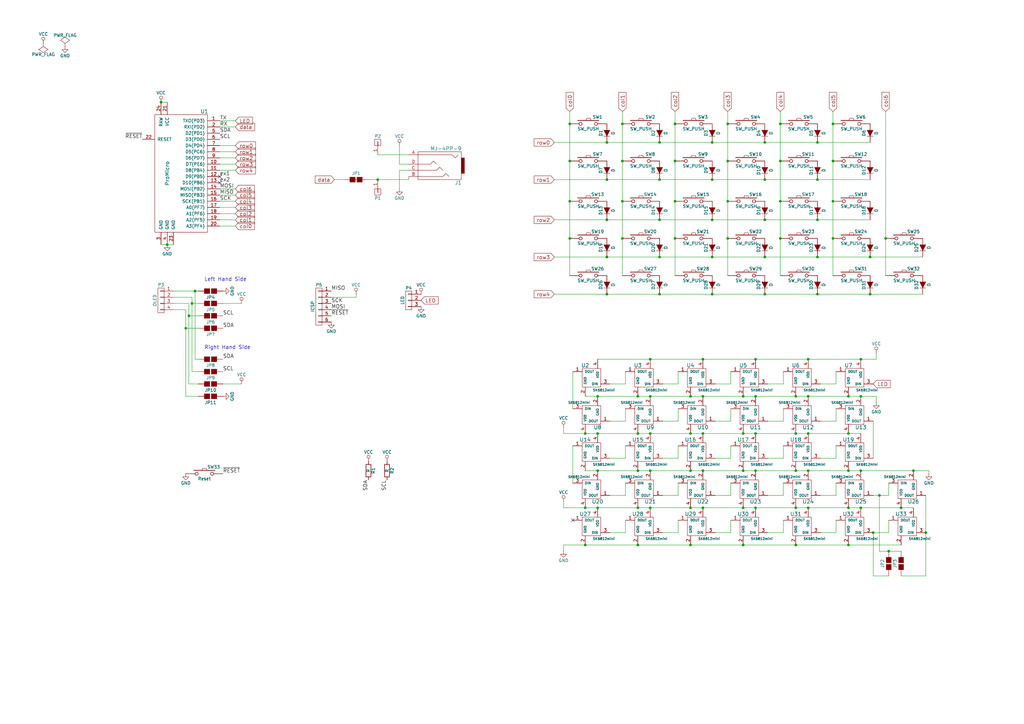
<source format=kicad_sch>
(kicad_sch (version 20230121) (generator eeschema)
  (paper "A3")
  (title_block (title "Helix beta") (date "2017-11-5") (rev "v0.2"))
  (junction (at 266.7 177.8))
  (junction (at 356.87 120.65))
  (junction (at 326.39 193.04))
  (junction (at 270.51 90.17))
  (junction (at 292.1 58.42))
  (junction (at 309.88 193.04))
  (junction (at 298.45 66.04))
  (junction (at 270.51 105.41))
  (junction (at 347.98 193.04))
  (junction (at 288.29 162.56))
  (junction (at 374.65 193.04))
  (junction (at 248.92 105.41))
  (junction (at 320.04 50.8))
  (junction (at 261.62 177.8))
  (junction (at 288.29 208.28))
  (junction (at 309.88 177.8))
  (junction (at 331.47 147.32))
  (junction (at 331.47 162.56))
  (junction (at 364.49 226.06))
  (junction (at 248.92 90.17))
  (junction (at 233.68 97.79))
  (junction (at 320.04 82.55))
  (junction (at 288.29 193.04))
  (junction (at 309.88 147.32))
  (junction (at 341.63 50.8))
  (junction (at 240.03 223.52))
  (junction (at 266.7 162.56))
  (junction (at 266.7 147.32))
  (junction (at 292.1 90.17))
  (junction (at 292.1 73.66))
  (junction (at 292.1 105.41))
  (junction (at 341.63 97.79))
  (junction (at 255.27 97.79))
  (junction (at 313.69 105.41))
  (junction (at 266.7 208.28))
  (junction (at 245.11 193.04))
  (junction (at 248.92 58.42))
  (junction (at 283.21 223.52))
  (junction (at 358.14 218.44))
  (junction (at 78.74 124.46))
  (junction (at 335.28 120.65))
  (junction (at 331.47 193.04))
  (junction (at 304.8 193.04))
  (junction (at 255.27 50.8))
  (junction (at 245.11 162.56))
  (junction (at 313.69 73.66))
  (junction (at 347.98 223.52))
  (junction (at 255.27 82.55))
  (junction (at 331.47 177.8))
  (junction (at 326.39 208.28))
  (junction (at 288.29 177.8))
  (junction (at 335.28 90.17))
  (junction (at 276.86 50.8))
  (junction (at 347.98 162.56))
  (junction (at 283.21 162.56))
  (junction (at 266.7 193.04))
  (junction (at 276.86 82.55))
  (junction (at 233.68 82.55))
  (junction (at 313.69 120.65))
  (junction (at 353.06 208.28))
  (junction (at 276.86 97.79))
  (junction (at 304.8 223.52))
  (junction (at 283.21 193.04))
  (junction (at 270.51 58.42))
  (junction (at 283.21 208.28))
  (junction (at 313.69 58.42))
  (junction (at 261.62 223.52))
  (junction (at 240.03 208.28))
  (junction (at 304.8 162.56))
  (junction (at 276.86 66.04))
  (junction (at 261.62 162.56))
  (junction (at 154.94 73.66))
  (junction (at 76.2 134.62))
  (junction (at 240.03 177.8))
  (junction (at 245.11 208.28))
  (junction (at 363.22 97.79))
  (junction (at 360.68 203.2))
  (junction (at 288.29 147.32))
  (junction (at 66.04 41.91))
  (junction (at 292.1 120.65))
  (junction (at 248.92 120.65))
  (junction (at 248.92 73.66))
  (junction (at 245.11 177.8))
  (junction (at 313.69 90.17))
  (junction (at 270.51 73.66))
  (junction (at 283.21 177.8))
  (junction (at 320.04 97.79))
  (junction (at 270.51 120.65))
  (junction (at 261.62 193.04))
  (junction (at 298.45 97.79))
  (junction (at 309.88 208.28))
  (junction (at 304.8 208.28))
  (junction (at 320.04 66.04))
  (junction (at 356.87 105.41))
  (junction (at 77.47 129.54))
  (junction (at 255.27 66.04))
  (junction (at 369.57 208.28))
  (junction (at 335.28 73.66))
  (junction (at 353.06 147.32))
  (junction (at 347.98 208.28))
  (junction (at 326.39 162.56))
  (junction (at 379.73 218.44))
  (junction (at 233.68 50.8))
  (junction (at 326.39 223.52))
  (junction (at 353.06 162.56))
  (junction (at 261.62 208.28))
  (junction (at 353.06 193.04))
  (junction (at 309.88 162.56))
  (junction (at 233.68 66.04))
  (junction (at 80.01 119.38))
  (junction (at 68.58 100.33))
  (junction (at 335.28 58.42))
  (junction (at 298.45 50.8))
  (junction (at 335.28 105.41))
  (junction (at 341.63 66.04))
  (junction (at 341.63 82.55))
  (junction (at 331.47 208.28))
  (junction (at 326.39 177.8))
  (junction (at 304.8 177.8))
  (junction (at 347.98 177.8))
  (junction (at 298.45 82.55))
  (no_connect (at 90.17 72.39))
  (no_connect (at 90.17 74.93))
  (no_connect (at 234.95 213.36))
  (wire (pts (xy 77.47 129.54) (xy 77.47 157.48)))
  (wire (pts (xy 283.21 162.56) (xy 288.29 162.56)))
  (wire (pts (xy 321.31 187.96) (xy 314.96 187.96)))
  (wire (pts (xy 299.72 213.36) (xy 299.72 218.44)))
  (wire (pts (xy 304.8 162.56) (xy 309.88 162.56)))
  (wire (pts (xy 321.31 203.2) (xy 321.31 198.12)))
  (wire (pts (xy 326.39 162.56) (xy 331.47 162.56)))
  (wire (pts (xy 379.73 203.2) (xy 379.73 218.44)))
  (wire (pts (xy 90.17 85.09) (xy 96.52 85.09)))
  (wire (pts (xy 278.13 157.48) (xy 271.78 157.48)))
  (wire (pts (xy 255.27 50.8) (xy 255.27 66.04)))
  (wire (pts (xy 342.9 203.2) (xy 342.9 198.12)))
  (wire (pts (xy 151.13 73.66) (xy 154.94 73.66)))
  (wire (pts (xy 363.22 97.79) (xy 363.22 113.03)))
  (wire (pts (xy 266.7 193.04) (xy 283.21 193.04)))
  (wire (pts (xy 342.9 213.36) (xy 342.9 218.44)))
  (wire (pts (xy 256.54 182.88) (xy 256.54 187.96)))
  (wire (pts (xy 321.31 218.44) (xy 314.96 218.44)))
  (wire (pts (xy 278.13 187.96) (xy 271.78 187.96)))
  (wire (pts (xy 292.1 90.17) (xy 313.69 90.17)))
  (wire (pts (xy 91.44 124.46) (xy 99.06 124.46)))
  (wire (pts (xy 309.88 208.28) (xy 326.39 208.28)))
  (wire (pts (xy 231.14 223.52) (xy 240.03 223.52)))
  (wire (pts (xy 271.78 172.72) (xy 278.13 172.72)))
  (wire (pts (xy 278.13 152.4) (xy 278.13 157.48)))
  (wire (pts (xy 292.1 120.65) (xy 313.69 120.65)))
  (wire (pts (xy 278.13 203.2) (xy 278.13 198.12)))
  (wire (pts (xy 358.14 236.22) (xy 358.14 218.44)))
  (wire (pts (xy 360.68 226.06) (xy 364.49 226.06)))
  (wire (pts (xy 90.17 80.01) (xy 96.52 80.01)))
  (wire (pts (xy 255.27 97.79) (xy 255.27 113.03)))
  (wire (pts (xy 309.88 177.8) (xy 326.39 177.8)))
  (wire (pts (xy 266.7 177.8) (xy 283.21 177.8)))
  (wire (pts (xy 313.69 58.42) (xy 335.28 58.42)))
  (wire (pts (xy 341.63 45.72) (xy 341.63 50.8)))
  (wire (pts (xy 342.9 157.48) (xy 336.55 157.48)))
  (wire (pts (xy 240.03 177.8) (xy 245.11 177.8)))
  (wire (pts (xy 326.39 193.04) (xy 331.47 193.04)))
  (wire (pts (xy 256.54 152.4) (xy 256.54 157.48)))
  (wire (pts (xy 276.86 45.72) (xy 276.86 50.8)))
  (wire (pts (xy 250.19 203.2) (xy 256.54 203.2)))
  (wire (pts (xy 299.72 203.2) (xy 299.72 198.12)))
  (wire (pts (xy 270.51 58.42) (xy 292.1 58.42)))
  (wire (pts (xy 227.33 58.42) (xy 248.92 58.42)))
  (wire (pts (xy 154.94 63.5) (xy 167.64 63.5)))
  (wire (pts (xy 90.17 82.55) (xy 96.52 82.55)))
  (wire (pts (xy 326.39 223.52) (xy 347.98 223.52)))
  (wire (pts (xy 90.17 59.69) (xy 96.52 59.69)))
  (wire (pts (xy 364.49 203.2) (xy 364.49 198.12)))
  (wire (pts (xy 231.14 208.28) (xy 231.14 205.74)))
  (wire (pts (xy 76.2 127) (xy 76.2 134.62)))
  (wire (pts (xy 299.72 187.96) (xy 293.37 187.96)))
  (wire (pts (xy 278.13 213.36) (xy 278.13 218.44)))
  (wire (pts (xy 227.33 73.66) (xy 248.92 73.66)))
  (wire (pts (xy 356.87 105.41) (xy 378.46 105.41)))
  (wire (pts (xy 248.92 120.65) (xy 270.51 120.65)))
  (wire (pts (xy 266.7 147.32) (xy 288.29 147.32)))
  (wire (pts (xy 90.17 87.63) (xy 96.52 87.63)))
  (wire (pts (xy 304.8 193.04) (xy 309.88 193.04)))
  (wire (pts (xy 234.95 167.64) (xy 234.95 152.4)))
  (wire (pts (xy 313.69 120.65) (xy 335.28 120.65)))
  (wire (pts (xy 288.29 162.56) (xy 304.8 162.56)))
  (wire (pts (xy 78.74 121.92) (xy 71.12 121.92)))
  (wire (pts (xy 146.05 121.92) (xy 146.05 120.65)))
  (wire (pts (xy 278.13 218.44) (xy 271.78 218.44)))
  (wire (pts (xy 342.9 182.88) (xy 342.9 187.96)))
  (wire (pts (xy 248.92 105.41) (xy 270.51 105.41)))
  (wire (pts (xy 336.55 172.72) (xy 342.9 172.72)))
  (wire (pts (xy 341.63 66.04) (xy 341.63 82.55)))
  (wire (pts (xy 140.97 73.66) (xy 137.16 73.66)))
  (wire (pts (xy 240.03 208.28) (xy 245.11 208.28)))
  (wire (pts (xy 360.68 203.2) (xy 364.49 203.2)))
  (wire (pts (xy 335.28 105.41) (xy 356.87 105.41)))
  (wire (pts (xy 261.62 223.52) (xy 283.21 223.52)))
  (wire (pts (xy 309.88 193.04) (xy 326.39 193.04)))
  (wire (pts (xy 309.88 162.56) (xy 326.39 162.56)))
  (wire (pts (xy 163.83 69.85) (xy 167.64 69.85)))
  (wire (pts (xy 227.33 120.65) (xy 248.92 120.65)))
  (wire (pts (xy 347.98 193.04) (xy 353.06 193.04)))
  (wire (pts (xy 266.7 162.56) (xy 283.21 162.56)))
  (wire (pts (xy 331.47 162.56) (xy 347.98 162.56)))
  (wire (pts (xy 364.49 218.44) (xy 358.14 218.44)))
  (wire (pts (xy 77.47 124.46) (xy 77.47 129.54)))
  (wire (pts (xy 347.98 162.56) (xy 353.06 162.56)))
  (wire (pts (xy 313.69 90.17) (xy 335.28 90.17)))
  (wire (pts (xy 293.37 172.72) (xy 299.72 172.72)))
  (wire (pts (xy 256.54 203.2) (xy 256.54 198.12)))
  (wire (pts (xy 227.33 105.41) (xy 248.92 105.41)))
  (wire (pts (xy 381 193.04) (xy 381 194.31)))
  (wire (pts (xy 231.14 177.8) (xy 240.03 177.8)))
  (wire (pts (xy 341.63 50.8) (xy 341.63 66.04)))
  (wire (pts (xy 255.27 66.04) (xy 255.27 82.55)))
  (wire (pts (xy 90.17 49.53) (xy 96.52 49.53)))
  (wire (pts (xy 163.83 67.31) (xy 167.64 67.31)))
  (wire (pts (xy 341.63 97.79) (xy 341.63 113.03)))
  (wire (pts (xy 335.28 73.66) (xy 356.87 73.66)))
  (wire (pts (xy 347.98 177.8) (xy 353.06 177.8)))
  (wire (pts (xy 233.68 50.8) (xy 233.68 66.04)))
  (wire (pts (xy 78.74 121.92) (xy 78.74 124.46)))
  (wire (pts (xy 81.28 134.62) (xy 76.2 134.62)))
  (wire (pts (xy 271.78 203.2) (xy 278.13 203.2)))
  (wire (pts (xy 90.17 92.71) (xy 96.52 92.71)))
  (wire (pts (xy 248.92 73.66) (xy 270.51 73.66)))
  (wire (pts (xy 77.47 157.48) (xy 81.28 157.48)))
  (wire (pts (xy 163.83 77.47) (xy 163.83 69.85)))
  (wire (pts (xy 364.49 236.22) (xy 358.14 236.22)))
  (wire (pts (xy 320.04 50.8) (xy 320.04 66.04)))
  (wire (pts (xy 90.17 90.17) (xy 96.52 90.17)))
  (wire (pts (xy 81.28 147.32) (xy 80.01 147.32)))
  (wire (pts (xy 66.04 100.33) (xy 68.58 100.33)))
  (wire (pts (xy 231.14 208.28) (xy 240.03 208.28)))
  (wire (pts (xy 68.58 41.91) (xy 66.04 41.91)))
  (wire (pts (xy 278.13 172.72) (xy 278.13 167.64)))
  (wire (pts (xy 335.28 58.42) (xy 356.87 58.42)))
  (wire (pts (xy 231.14 223.52) (xy 231.14 226.06)))
  (wire (pts (xy 299.72 172.72) (xy 299.72 167.64)))
  (wire (pts (xy 245.11 162.56) (xy 261.62 162.56)))
  (wire (pts (xy 360.68 203.2) (xy 360.68 226.06)))
  (wire (pts (xy 292.1 58.42) (xy 313.69 58.42)))
  (wire (pts (xy 240.03 193.04) (xy 245.11 193.04)))
  (wire (pts (xy 298.45 66.04) (xy 298.45 82.55)))
  (wire (pts (xy 278.13 182.88) (xy 278.13 187.96)))
  (wire (pts (xy 76.2 134.62) (xy 76.2 162.56)))
  (wire (pts (xy 68.58 100.33) (xy 71.12 100.33)))
  (wire (pts (xy 233.68 45.72) (xy 233.68 50.8)))
  (wire (pts (xy 347.98 208.28) (xy 353.06 208.28)))
  (wire (pts (xy 240.03 223.52) (xy 261.62 223.52)))
  (wire (pts (xy 326.39 208.28) (xy 331.47 208.28)))
  (wire (pts (xy 299.72 182.88) (xy 299.72 187.96)))
  (wire (pts (xy 78.74 124.46) (xy 78.74 152.4)))
  (wire (pts (xy 299.72 157.48) (xy 293.37 157.48)))
  (wire (pts (xy 261.62 208.28) (xy 266.7 208.28)))
  (wire (pts (xy 233.68 82.55) (xy 233.68 97.79)))
  (wire (pts (xy 81.28 124.46) (xy 78.74 124.46)))
  (wire (pts (xy 270.51 105.41) (xy 292.1 105.41)))
  (wire (pts (xy 342.9 218.44) (xy 336.55 218.44)))
  (wire (pts (xy 363.22 45.72) (xy 363.22 97.79)))
  (wire (pts (xy 276.86 66.04) (xy 276.86 82.55)))
  (wire (pts (xy 167.64 73.66) (xy 167.64 72.39)))
  (wire (pts (xy 379.73 218.44) (xy 379.73 236.22)))
  (wire (pts (xy 369.57 208.28) (xy 374.65 208.28)))
  (wire (pts (xy 250.19 172.72) (xy 256.54 172.72)))
  (wire (pts (xy 245.11 177.8) (xy 261.62 177.8)))
  (wire (pts (xy 288.29 193.04) (xy 304.8 193.04)))
  (wire (pts (xy 293.37 203.2) (xy 299.72 203.2)))
  (wire (pts (xy 80.01 147.32) (xy 80.01 119.38)))
  (wire (pts (xy 358.14 172.72) (xy 358.14 187.96)))
  (wire (pts (xy 233.68 97.79) (xy 233.68 113.03)))
  (wire (pts (xy 331.47 177.8) (xy 347.98 177.8)))
  (wire (pts (xy 342.9 172.72) (xy 342.9 167.64)))
  (wire (pts (xy 256.54 213.36) (xy 256.54 218.44)))
  (wire (pts (xy 335.28 120.65) (xy 356.87 120.65)))
  (wire (pts (xy 283.21 208.28) (xy 288.29 208.28)))
  (wire (pts (xy 96.52 62.23) (xy 90.17 62.23)))
  (wire (pts (xy 288.29 177.8) (xy 304.8 177.8)))
  (wire (pts (xy 353.06 208.28) (xy 369.57 208.28)))
  (wire (pts (xy 321.31 213.36) (xy 321.31 218.44)))
  (wire (pts (xy 248.92 58.42) (xy 270.51 58.42)))
  (wire (pts (xy 71.12 119.38) (xy 80.01 119.38)))
  (wire (pts (xy 283.21 177.8) (xy 288.29 177.8)))
  (wire (pts (xy 347.98 223.52) (xy 369.57 223.52)))
  (wire (pts (xy 234.95 182.88) (xy 234.95 198.12)))
  (wire (pts (xy 80.01 119.38) (xy 81.28 119.38)))
  (wire (pts (xy 256.54 157.48) (xy 250.19 157.48)))
  (wire (pts (xy 266.7 208.28) (xy 283.21 208.28)))
  (wire (pts (xy 256.54 218.44) (xy 250.19 218.44)))
  (wire (pts (xy 313.69 73.66) (xy 335.28 73.66)))
  (wire (pts (xy 240.03 162.56) (xy 245.11 162.56)))
  (wire (pts (xy 256.54 187.96) (xy 250.19 187.96)))
  (wire (pts (xy 288.29 208.28) (xy 304.8 208.28)))
  (wire (pts (xy 76.2 162.56) (xy 81.28 162.56)))
  (wire (pts (xy 336.55 203.2) (xy 342.9 203.2)))
  (wire (pts (xy 374.65 193.04) (xy 381 193.04)))
  (wire (pts (xy 90.17 64.77) (xy 96.52 64.77)))
  (wire (pts (xy 358.14 203.2) (xy 360.68 203.2)))
  (wire (pts (xy 331.47 147.32) (xy 353.06 147.32)))
  (wire (pts (xy 255.27 45.72) (xy 255.27 50.8)))
  (wire (pts (xy 255.27 82.55) (xy 255.27 97.79)))
  (wire (pts (xy 320.04 82.55) (xy 320.04 97.79)))
  (wire (pts (xy 321.31 182.88) (xy 321.31 187.96)))
  (wire (pts (xy 299.72 218.44) (xy 293.37 218.44)))
  (wire (pts (xy 320.04 97.79) (xy 320.04 113.03)))
  (wire (pts (xy 256.54 172.72) (xy 256.54 167.64)))
  (wire (pts (xy 163.83 59.69) (xy 163.83 67.31)))
  (wire (pts (xy 90.17 67.31) (xy 96.52 67.31)))
  (wire (pts (xy 245.11 208.28) (xy 261.62 208.28)))
  (wire (pts (xy 314.96 203.2) (xy 321.31 203.2)))
  (wire (pts (xy 304.8 223.52) (xy 326.39 223.52)))
  (wire (pts (xy 231.14 177.8) (xy 231.14 175.26)))
  (wire (pts (xy 309.88 147.32) (xy 331.47 147.32)))
  (wire (pts (xy 261.62 193.04) (xy 266.7 193.04)))
  (wire (pts (xy 270.51 90.17) (xy 292.1 90.17)))
  (wire (pts (xy 90.17 52.07) (xy 96.52 52.07)))
  (wire (pts (xy 245.11 147.32) (xy 266.7 147.32)))
  (wire (pts (xy 364.49 226.06) (xy 369.57 226.06)))
  (wire (pts (xy 81.28 129.54) (xy 77.47 129.54)))
  (wire (pts (xy 288.29 147.32) (xy 309.88 147.32)))
  (wire (pts (xy 270.51 73.66) (xy 292.1 73.66)))
  (wire (pts (xy 90.17 77.47) (xy 96.52 77.47)))
  (wire (pts (xy 359.41 162.56) (xy 359.41 165.1)))
  (wire (pts (xy 71.12 124.46) (xy 77.47 124.46)))
  (wire (pts (xy 90.17 69.85) (xy 96.52 69.85)))
  (wire (pts (xy 283.21 223.52) (xy 304.8 223.52)))
  (wire (pts (xy 304.8 177.8) (xy 309.88 177.8)))
  (wire (pts (xy 320.04 66.04) (xy 320.04 82.55)))
  (wire (pts (xy 331.47 208.28) (xy 347.98 208.28)))
  (wire (pts (xy 298.45 82.55) (xy 298.45 97.79)))
  (wire (pts (xy 298.45 45.72) (xy 298.45 50.8)))
  (wire (pts (xy 78.74 152.4) (xy 81.28 152.4)))
  (wire (pts (xy 313.69 105.41) (xy 335.28 105.41)))
  (wire (pts (xy 245.11 193.04) (xy 261.62 193.04)))
  (wire (pts (xy 298.45 50.8) (xy 298.45 66.04)))
  (wire (pts (xy 71.12 127) (xy 76.2 127)))
  (wire (pts (xy 91.44 157.48) (xy 99.06 157.48)))
  (wire (pts (xy 341.63 82.55) (xy 341.63 97.79)))
  (wire (pts (xy 154.94 73.66) (xy 167.64 73.66)))
  (wire (pts (xy 353.06 147.32) (xy 359.41 147.32)))
  (wire (pts (xy 356.87 120.65) (xy 378.46 120.65)))
  (wire (pts (xy 326.39 177.8) (xy 331.47 177.8)))
  (wire (pts (xy 331.47 193.04) (xy 347.98 193.04)))
  (wire (pts (xy 261.62 162.56) (xy 266.7 162.56)))
  (wire (pts (xy 335.28 90.17) (xy 356.87 90.17)))
  (wire (pts (xy 292.1 73.66) (xy 313.69 73.66)))
  (wire (pts (xy 353.06 162.56) (xy 359.41 162.56)))
  (wire (pts (xy 298.45 97.79) (xy 298.45 113.03)))
  (wire (pts (xy 270.51 120.65) (xy 292.1 120.65)))
  (wire (pts (xy 320.04 45.72) (xy 320.04 50.8)))
  (wire (pts (xy 227.33 90.17) (xy 248.92 90.17)))
  (wire (pts (xy 321.31 172.72) (xy 321.31 167.64)))
  (wire (pts (xy 321.31 152.4) (xy 321.31 157.48)))
  (wire (pts (xy 233.68 66.04) (xy 233.68 82.55)))
  (wire (pts (xy 342.9 187.96) (xy 336.55 187.96)))
  (wire (pts (xy 359.41 147.32) (xy 359.41 144.78)))
  (wire (pts (xy 261.62 177.8) (xy 266.7 177.8)))
  (wire (pts (xy 379.73 236.22) (xy 369.57 236.22)))
  (wire (pts (xy 276.86 50.8) (xy 276.86 66.04)))
  (wire (pts (xy 353.06 193.04) (xy 374.65 193.04)))
  (wire (pts (xy 299.72 152.4) (xy 299.72 157.48)))
  (wire (pts (xy 321.31 157.48) (xy 314.96 157.48)))
  (wire (pts (xy 276.86 82.55) (xy 276.86 97.79)))
  (wire (pts (xy 135.89 121.92) (xy 146.05 121.92)))
  (wire (pts (xy 364.49 213.36) (xy 364.49 218.44)))
  (wire (pts (xy 283.21 193.04) (xy 288.29 193.04)))
  (wire (pts (xy 314.96 172.72) (xy 321.31 172.72)))
  (wire (pts (xy 292.1 105.41) (xy 313.69 105.41)))
  (wire (pts (xy 304.8 208.28) (xy 309.88 208.28)))
  (wire (pts (xy 248.92 90.17) (xy 270.51 90.17)))
  (wire (pts (xy 276.86 97.79) (xy 276.86 113.03)))
  (wire (pts (xy 342.9 152.4) (xy 342.9 157.48)))
  (text "Right Hand Side" (at 83.82 143.51 0) (effects (font (size 1.524 1.524)) (justify left bottom)))
  (text "Left Hand Side" (at 83.82 115.57 0) (effects (font (size 1.524 1.524)) (justify left bottom)))
  (label "SCL" (at 91.44 152.4 0) (effects (font (size 1.524 1.524))))
  (label "MISO" (at 135.89 119.38 0) (effects (font (size 1.524 1.524))))
  (label "SDA" (at 91.44 134.62 0) (effects (font (size 1.524 1.524))))
  (label "SCL" (at 91.44 129.54 0) (effects (font (size 1.524 1.524))))
  (label "SCK" (at 135.89 124.46 0) (effects (font (size 1.524 1.524))))
  (label "SCL" (at 158.75 196.85 270) (effects (font (size 1.524 1.524))))
  (label "MOSI" (at 135.89 127 0) (effects (font (size 1.524 1.524))))
  (label "MISO" (at 90.17 80.01 0) (effects (font (size 1.524 1.524))))
  (label "TX" (at 90.17 49.53 0) (effects (font (size 1.524 1.524))))
  (label "ex2" (at 90.17 74.93 0) (effects (font (size 1.524 1.524))))
  (label "RX" (at 90.17 52.07 0) (effects (font (size 1.524 1.524))))
  (label "~{RESET}" (at 58.42 57.15 180) (effects (font (size 1.524 1.524))))
  (label "SCL" (at 90.17 57.15 0) (effects (font (size 1.524 1.524))))
  (label "MOSI" (at 90.17 77.47 0) (effects (font (size 1.524 1.524))))
  (label "SDA" (at 90.17 54.61 0) (effects (font (size 1.524 1.524))))
  (label "~{RESET}" (at 91.44 194.31 0) (effects (font (size 1.524 1.524))))
  (label "ex1" (at 90.17 72.39 0) (effects (font (size 1.524 1.524))))
  (label "~{RESET}" (at 135.89 129.54 0) (effects (font (size 1.524 1.524))))
  (label "SDA" (at 151.13 196.85 270) (effects (font (size 1.524 1.524))))
  (label "SCK" (at 90.17 82.55 0) (effects (font (size 1.524 1.524))))
  (label "SDA" (at 91.44 147.32 0) (effects (font (size 1.524 1.524))))
  (global_label "row2" (shape input) (at 96.52 64.77 0) (effects (font (size 1.524 1.524))) (property "Intersheetrefs" "${INTERSHEET_REFS}" (effects hide)))
  (global_label "LED" (shape input) (at 358.14 157.48 0) (effects (font (size 1.524 1.524))) (property "Intersheetrefs" "${INTERSHEET_REFS}" (effects hide)))
  (global_label "row2" (shape input) (at 227.33 90.17 180) (effects (font (size 1.524 1.524))) (property "Intersheetrefs" "${INTERSHEET_REFS}" (effects hide)))
  (global_label "row4" (shape input) (at 96.52 69.85 0) (effects (font (size 1.524 1.524))) (property "Intersheetrefs" "${INTERSHEET_REFS}" (effects hide)))
  (global_label "col5" (shape input) (at 341.63 45.72 90) (effects (font (size 1.524 1.524))) (property "Intersheetrefs" "${INTERSHEET_REFS}" (effects hide)))
  (global_label "col4" (shape input) (at 96.52 82.55 0) (effects (font (size 1.524 1.524))) (property "Intersheetrefs" "${INTERSHEET_REFS}" (effects hide)))
  (global_label "col6" (shape input) (at 96.52 77.47 0) (effects (font (size 1.524 1.524))) (property "Intersheetrefs" "${INTERSHEET_REFS}" (effects hide)))
  (global_label "LED" (shape input) (at 172.72 123.19 0) (effects (font (size 1.524 1.524))) (property "Intersheetrefs" "${INTERSHEET_REFS}" (effects hide)))
  (global_label "col2" (shape input) (at 276.86 45.72 90) (effects (font (size 1.524 1.524))) (property "Intersheetrefs" "${INTERSHEET_REFS}" (effects hide)))
  (global_label "col0" (shape input) (at 233.68 45.72 90) (effects (font (size 1.524 1.524))) (property "Intersheetrefs" "${INTERSHEET_REFS}" (effects hide)))
  (global_label "row3" (shape input) (at 96.52 67.31 0) (effects (font (size 1.524 1.524))) (property "Intersheetrefs" "${INTERSHEET_REFS}" (effects hide)))
  (global_label "col0" (shape input) (at 96.52 92.71 0) (effects (font (size 1.524 1.524))) (property "Intersheetrefs" "${INTERSHEET_REFS}" (effects hide)))
  (global_label "col1" (shape input) (at 255.27 45.72 90) (effects (font (size 1.524 1.524))) (property "Intersheetrefs" "${INTERSHEET_REFS}" (effects hide)))
  (global_label "row1" (shape input) (at 227.33 73.66 180) (effects (font (size 1.524 1.524))) (property "Intersheetrefs" "${INTERSHEET_REFS}" (effects hide)))
  (global_label "data" (shape input) (at 96.52 52.07 0) (effects (font (size 1.524 1.524))) (property "Intersheetrefs" "${INTERSHEET_REFS}" (effects hide)))
  (global_label "row0" (shape input) (at 96.52 59.69 0) (effects (font (size 1.524 1.524))) (property "Intersheetrefs" "${INTERSHEET_REFS}" (effects hide)))
  (global_label "row3" (shape input) (at 227.33 105.41 180) (effects (font (size 1.524 1.524))) (property "Intersheetrefs" "${INTERSHEET_REFS}" (effects hide)))
  (global_label "row0" (shape input) (at 227.33 58.42 180) (effects (font (size 1.524 1.524))) (property "Intersheetrefs" "${INTERSHEET_REFS}" (effects hide)))
  (global_label "col1" (shape input) (at 96.52 90.17 0) (effects (font (size 1.524 1.524))) (property "Intersheetrefs" "${INTERSHEET_REFS}" (effects hide)))
  (global_label "col2" (shape input) (at 96.52 87.63 0) (effects (font (size 1.524 1.524))) (property "Intersheetrefs" "${INTERSHEET_REFS}" (effects hide)))
  (global_label "col5" (shape input) (at 96.52 80.01 0) (effects (font (size 1.524 1.524))) (property "Intersheetrefs" "${INTERSHEET_REFS}" (effects hide)))
  (global_label "col3" (shape input) (at 96.52 85.09 0) (effects (font (size 1.524 1.524))) (property "Intersheetrefs" "${INTERSHEET_REFS}" (effects hide)))
  (global_label "col3" (shape input) (at 298.45 45.72 90) (effects (font (size 1.524 1.524))) (property "Intersheetrefs" "${INTERSHEET_REFS}" (effects hide)))
  (global_label "col4" (shape input) (at 320.04 45.72 90) (effects (font (size 1.524 1.524))) (property "Intersheetrefs" "${INTERSHEET_REFS}" (effects hide)))
  (global_label "LED" (shape input) (at 96.52 49.53 0) (effects (font (size 1.524 1.524))) (property "Intersheetrefs" "${INTERSHEET_REFS}" (effects hide)))
  (global_label "row4" (shape input) (at 227.33 120.65 180) (effects (font (size 1.524 1.524))) (property "Intersheetrefs" "${INTERSHEET_REFS}" (effects hide)))
  (global_label "data" (shape input) (at 137.16 73.66 180) (effects (font (size 1.524 1.524))) (property "Intersheetrefs" "${INTERSHEET_REFS}" (effects hide)))
  (global_label "row1" (shape input) (at 96.52 62.23 0) (effects (font (size 1.524 1.524))) (property "Intersheetrefs" "${INTERSHEET_REFS}" (effects hide)))
  (global_label "col6" (shape input) (at 363.22 45.72 90) (effects (font (size 1.524 1.524))) (property "Intersheetrefs" "${INTERSHEET_REFS}" (effects hide)))
  (symbol (lib_id "helix-rescue:ProMicro") (at 73.66 71.12 0) (unit 1)
    (property "Reference" "U1" (at 83.82 45.72 0) (effects (font (size 1.524 1.524))))
    (property "Value" "ProMicro" (at 68.58 71.12 90) (effects (font (size 1.524 1.524))))
    (property "Footprint" "MYLIB:ProMicro_rev" (effects hide))
  )
  (symbol (lib_id "helix-rescue:SW_PUSH") (at 241.3 50.8 0) (unit 1)
    (property "Reference" "SW1" (at 245.11 48.006 0))
    (property "Value" "SW_PUSH" (at 241.3 52.832 0))
    (property "Footprint" "MYLIB_REV:MX_ALPS_PG1350_noLed" (effects hide))
  )
  (symbol (lib_id "helix-rescue:D") (at 248.92 54.61 90) (unit 1)
    (property "Reference" "D1" (at 246.38 54.61 0))
    (property "Value" "D" (at 251.46 54.61 0))
    (property "Footprint" "MYLIB:D3_TH_SMD" (effects hide))
  )
  (symbol (lib_id "helix-rescue:SW_PUSH") (at 262.89 50.8 0) (unit 1)
    (property "Reference" "SW2" (at 266.7 48.006 0))
    (property "Value" "SW_PUSH" (at 262.89 52.832 0))
    (property "Footprint" "MYLIB_REV:MX_ALPS_PG1350_noLed" (effects hide))
  )
  (symbol (lib_id "helix-rescue:D") (at 270.51 54.61 90) (unit 1)
    (property "Reference" "D2" (at 267.97 54.61 0))
    (property "Value" "D" (at 273.05 54.61 0))
    (property "Footprint" "MYLIB:D3_TH_SMD" (effects hide))
  )
  (symbol (lib_id "helix-rescue:SW_PUSH") (at 284.48 50.8 0) (unit 1)
    (property "Reference" "SW3" (at 288.29 48.006 0))
    (property "Value" "SW_PUSH" (at 284.48 52.832 0))
    (property "Footprint" "MYLIB_REV:MX_ALPS_PG1350_noLed" (effects hide))
  )
  (symbol (lib_id "helix-rescue:D") (at 292.1 54.61 90) (unit 1)
    (property "Reference" "D3" (at 289.56 54.61 0))
    (property "Value" "D" (at 294.64 54.61 0))
    (property "Footprint" "MYLIB:D3_TH_SMD" (effects hide))
  )
  (symbol (lib_id "helix-rescue:SW_PUSH") (at 306.07 50.8 0) (unit 1)
    (property "Reference" "SW4" (at 309.88 48.006 0))
    (property "Value" "SW_PUSH" (at 306.07 52.832 0))
    (property "Footprint" "MYLIB_REV:MX_ALPS_PG1350_noLed" (effects hide))
  )
  (symbol (lib_id "helix-rescue:D") (at 313.69 54.61 90) (unit 1)
    (property "Reference" "D4" (at 311.15 54.61 0))
    (property "Value" "D" (at 316.23 54.61 0))
    (property "Footprint" "MYLIB:D3_TH_SMD" (effects hide))
  )
  (symbol (lib_id "helix-rescue:SW_PUSH") (at 327.66 50.8 0) (unit 1)
    (property "Reference" "SW5" (at 331.47 48.006 0))
    (property "Value" "SW_PUSH" (at 327.66 52.832 0))
    (property "Footprint" "MYLIB_REV:MX_ALPS_PG1350_noLed" (effects hide))
  )
  (symbol (lib_id "helix-rescue:D") (at 335.28 54.61 90) (unit 1)
    (property "Reference" "D5" (at 332.74 54.61 0))
    (property "Value" "D" (at 337.82 54.61 0))
    (property "Footprint" "MYLIB:D3_TH_SMD" (effects hide))
  )
  (symbol (lib_id "helix-rescue:SW_PUSH") (at 349.25 50.8 0) (unit 1)
    (property "Reference" "SW6" (at 353.06 48.006 0))
    (property "Value" "SW_PUSH" (at 349.25 52.832 0))
    (property "Footprint" "MYLIB_REV:MX_ALPS_PG1350_noLed" (effects hide))
  )
  (symbol (lib_id "helix-rescue:D") (at 356.87 54.61 90) (unit 1)
    (property "Reference" "D6" (at 354.33 54.61 0))
    (property "Value" "D" (at 359.41 54.61 0))
    (property "Footprint" "MYLIB:D3_TH_SMD" (effects hide))
  )
  (symbol (lib_id "helix-rescue:SW_PUSH") (at 241.3 66.04 0) (unit 1)
    (property "Reference" "SW7" (at 245.11 63.246 0))
    (property "Value" "SW_PUSH" (at 241.3 68.072 0))
    (property "Footprint" "MYLIB_REV:MX_ALPS_PG1350_noLed" (effects hide))
  )
  (symbol (lib_id "helix-rescue:D") (at 248.92 69.85 90) (unit 1)
    (property "Reference" "D7" (at 246.38 69.85 0))
    (property "Value" "D" (at 251.46 69.85 0))
    (property "Footprint" "MYLIB:D3_TH_SMD" (effects hide))
  )
  (symbol (lib_id "helix-rescue:SW_PUSH") (at 262.89 66.04 0) (unit 1)
    (property "Reference" "SW8" (at 266.7 63.246 0))
    (property "Value" "SW_PUSH" (at 262.89 68.072 0))
    (property "Footprint" "MYLIB_REV:MX_ALPS_PG1350_noLed" (effects hide))
  )
  (symbol (lib_id "helix-rescue:D") (at 270.51 69.85 90) (unit 1)
    (property "Reference" "D8" (at 267.97 69.85 0))
    (property "Value" "D" (at 273.05 69.85 0))
    (property "Footprint" "MYLIB:D3_TH_SMD" (effects hide))
  )
  (symbol (lib_id "helix-rescue:SW_PUSH") (at 284.48 66.04 0) (unit 1)
    (property "Reference" "SW9" (at 288.29 63.246 0))
    (property "Value" "SW_PUSH" (at 284.48 68.072 0))
    (property "Footprint" "MYLIB_REV:MX_ALPS_PG1350_noLed" (effects hide))
  )
  (symbol (lib_id "helix-rescue:D") (at 292.1 69.85 90) (unit 1)
    (property "Reference" "D9" (at 289.56 69.85 0))
    (property "Value" "D" (at 294.64 69.85 0))
    (property "Footprint" "MYLIB:D3_TH_SMD" (effects hide))
  )
  (symbol (lib_id "helix-rescue:SW_PUSH") (at 306.07 66.04 0) (unit 1)
    (property "Reference" "SW10" (at 309.88 63.246 0))
    (property "Value" "SW_PUSH" (at 306.07 68.072 0))
    (property "Footprint" "MYLIB_REV:MX_ALPS_PG1350_noLed" (effects hide))
  )
  (symbol (lib_id "helix-rescue:D") (at 313.69 69.85 90) (unit 1)
    (property "Reference" "D10" (at 311.15 69.85 0))
    (property "Value" "D" (at 316.23 69.85 0))
    (property "Footprint" "MYLIB:D3_TH_SMD" (effects hide))
  )
  (symbol (lib_id "helix-rescue:SW_PUSH") (at 327.66 66.04 0) (unit 1)
    (property "Reference" "SW11" (at 331.47 63.246 0))
    (property "Value" "SW_PUSH" (at 327.66 68.072 0))
    (property "Footprint" "MYLIB_REV:MX_ALPS_PG1350_noLed" (effects hide))
  )
  (symbol (lib_id "helix-rescue:D") (at 335.28 69.85 90) (unit 1)
    (property "Reference" "D11" (at 332.74 69.85 0))
    (property "Value" "D" (at 337.82 69.85 0))
    (property "Footprint" "MYLIB:D3_TH_SMD" (effects hide))
  )
  (symbol (lib_id "helix-rescue:SW_PUSH") (at 349.25 66.04 0) (unit 1)
    (property "Reference" "SW12" (at 353.06 63.246 0))
    (property "Value" "SW_PUSH" (at 349.25 68.072 0))
    (property "Footprint" "MYLIB_REV:MX_ALPS_PG1350_noLed" (effects hide))
  )
  (symbol (lib_id "helix-rescue:D") (at 356.87 69.85 90) (unit 1)
    (property "Reference" "D12" (at 354.33 69.85 0))
    (property "Value" "D" (at 359.41 69.85 0))
    (property "Footprint" "MYLIB:D3_TH_SMD" (effects hide))
  )
  (symbol (lib_id "helix-rescue:SW_PUSH") (at 241.3 82.55 0) (unit 1)
    (property "Reference" "SW13" (at 245.11 79.756 0))
    (property "Value" "SW_PUSH" (at 241.3 84.582 0))
    (property "Footprint" "MYLIB_REV:MX_ALPS_PG1350_noLed" (effects hide))
  )
  (symbol (lib_id "helix-rescue:D") (at 248.92 86.36 90) (unit 1)
    (property "Reference" "D13" (at 246.38 86.36 0))
    (property "Value" "D" (at 251.46 86.36 0))
    (property "Footprint" "MYLIB:D3_TH_SMD" (effects hide))
  )
  (symbol (lib_id "helix-rescue:SW_PUSH") (at 262.89 82.55 0) (unit 1)
    (property "Reference" "SW14" (at 266.7 79.756 0))
    (property "Value" "SW_PUSH" (at 262.89 84.582 0))
    (property "Footprint" "MYLIB_REV:MX_ALPS_PG1350_noLed" (effects hide))
  )
  (symbol (lib_id "helix-rescue:D") (at 270.51 86.36 90) (unit 1)
    (property "Reference" "D14" (at 267.97 86.36 0))
    (property "Value" "D" (at 273.05 86.36 0))
    (property "Footprint" "MYLIB:D3_TH_SMD" (effects hide))
  )
  (symbol (lib_id "helix-rescue:SW_PUSH") (at 284.48 82.55 0) (unit 1)
    (property "Reference" "SW15" (at 288.29 79.756 0))
    (property "Value" "SW_PUSH" (at 284.48 84.582 0))
    (property "Footprint" "MYLIB_REV:MX_ALPS_PG1350_noLed" (effects hide))
  )
  (symbol (lib_id "helix-rescue:D") (at 292.1 86.36 90) (unit 1)
    (property "Reference" "D15" (at 289.56 86.36 0))
    (property "Value" "D" (at 294.64 86.36 0))
    (property "Footprint" "MYLIB:D3_TH_SMD" (effects hide))
  )
  (symbol (lib_id "helix-rescue:SW_PUSH") (at 306.07 82.55 0) (unit 1)
    (property "Reference" "SW16" (at 309.88 79.756 0))
    (property "Value" "SW_PUSH" (at 306.07 84.582 0))
    (property "Footprint" "MYLIB_REV:MX_ALPS_PG1350_noLed" (effects hide))
  )
  (symbol (lib_id "helix-rescue:D") (at 313.69 86.36 90) (unit 1)
    (property "Reference" "D16" (at 311.15 86.36 0))
    (property "Value" "D" (at 316.23 86.36 0))
    (property "Footprint" "MYLIB:D3_TH_SMD" (effects hide))
  )
  (symbol (lib_id "helix-rescue:SW_PUSH") (at 327.66 82.55 0) (unit 1)
    (property "Reference" "SW17" (at 331.47 79.756 0))
    (property "Value" "SW_PUSH" (at 327.66 84.582 0))
    (property "Footprint" "MYLIB_REV:MX_ALPS_PG1350_noLed" (effects hide))
  )
  (symbol (lib_id "helix-rescue:D") (at 335.28 86.36 90) (unit 1)
    (property "Reference" "D17" (at 332.74 86.36 0))
    (property "Value" "D" (at 337.82 86.36 0))
    (property "Footprint" "MYLIB:D3_TH_SMD" (effects hide))
  )
  (symbol (lib_id "helix-rescue:SW_PUSH") (at 349.25 82.55 0) (unit 1)
    (property "Reference" "SW18" (at 353.06 79.756 0))
    (property "Value" "SW_PUSH" (at 349.25 84.582 0))
    (property "Footprint" "MYLIB_REV:MX_ALPS_PG1350_noLed" (effects hide))
  )
  (symbol (lib_id "helix-rescue:D") (at 356.87 86.36 90) (unit 1)
    (property "Reference" "D18" (at 354.33 86.36 0))
    (property "Value" "D" (at 359.41 86.36 0))
    (property "Footprint" "MYLIB:D3_TH_SMD" (effects hide))
  )
  (symbol (lib_id "helix-rescue:SW_PUSH") (at 241.3 97.79 0) (unit 1)
    (property "Reference" "SW19" (at 245.11 94.996 0))
    (property "Value" "SW_PUSH" (at 241.3 99.822 0))
    (property "Footprint" "MYLIB_REV:MX_ALPS_PG1350_noLed" (effects hide))
  )
  (symbol (lib_id "helix-rescue:D") (at 248.92 101.6 90) (unit 1)
    (property "Reference" "D19" (at 246.38 101.6 0))
    (property "Value" "D" (at 251.46 101.6 0))
    (property "Footprint" "MYLIB:D3_TH_SMD" (effects hide))
  )
  (symbol (lib_id "helix-rescue:SW_PUSH") (at 262.89 97.79 0) (unit 1)
    (property "Reference" "SW20" (at 266.7 94.996 0))
    (property "Value" "SW_PUSH" (at 262.89 99.822 0))
    (property "Footprint" "MYLIB_REV:MX_ALPS_PG1350_noLed" (effects hide))
  )
  (symbol (lib_id "helix-rescue:D") (at 270.51 101.6 90) (unit 1)
    (property "Reference" "D20" (at 267.97 101.6 0))
    (property "Value" "D" (at 273.05 101.6 0))
    (property "Footprint" "MYLIB:D3_TH_SMD" (effects hide))
  )
  (symbol (lib_id "helix-rescue:SW_PUSH") (at 284.48 97.79 0) (unit 1)
    (property "Reference" "SW21" (at 288.29 94.996 0))
    (property "Value" "SW_PUSH" (at 284.48 99.822 0))
    (property "Footprint" "MYLIB_REV:MX_ALPS_PG1350_noLed" (effects hide))
  )
  (symbol (lib_id "helix-rescue:D") (at 292.1 101.6 90) (unit 1)
    (property "Reference" "D21" (at 289.56 101.6 0))
    (property "Value" "D" (at 294.64 101.6 0))
    (property "Footprint" "MYLIB:D3_TH_SMD" (effects hide))
  )
  (symbol (lib_id "helix-rescue:SW_PUSH") (at 306.07 97.79 0) (unit 1)
    (property "Reference" "SW22" (at 309.88 94.996 0))
    (property "Value" "SW_PUSH" (at 306.07 99.822 0))
    (property "Footprint" "MYLIB_REV:MX_ALPS_PG1350_noLed" (effects hide))
  )
  (symbol (lib_id "helix-rescue:D") (at 313.69 101.6 90) (unit 1)
    (property "Reference" "D22" (at 311.15 101.6 0))
    (property "Value" "D" (at 316.23 101.6 0))
    (property "Footprint" "MYLIB:D3_TH_SMD" (effects hide))
  )
  (symbol (lib_id "helix-rescue:SW_PUSH") (at 327.66 97.79 0) (unit 1)
    (property "Reference" "SW23" (at 331.47 94.996 0))
    (property "Value" "SW_PUSH" (at 327.66 99.822 0))
    (property "Footprint" "MYLIB_REV:MX_ALPS_PG1350_noLed" (effects hide))
  )
  (symbol (lib_id "helix-rescue:D") (at 335.28 101.6 90) (unit 1)
    (property "Reference" "D23" (at 332.74 101.6 0))
    (property "Value" "D" (at 337.82 101.6 0))
    (property "Footprint" "MYLIB:D3_TH_SMD" (effects hide))
  )
  (symbol (lib_id "helix-rescue:SW_PUSH") (at 349.25 97.79 0) (unit 1)
    (property "Reference" "SW24" (at 353.06 94.996 0))
    (property "Value" "SW_PUSH" (at 349.25 99.822 0))
    (property "Footprint" "MYLIB_REV:MX_ALPS_PG1350_noLed" (effects hide))
  )
  (symbol (lib_id "helix-rescue:D") (at 356.87 101.6 90) (unit 1)
    (property "Reference" "D24" (at 354.33 101.6 0))
    (property "Value" "D" (at 359.41 101.6 0))
    (property "Footprint" "MYLIB:D3_TH_SMD" (effects hide))
  )
  (symbol (lib_id "helix-rescue:R") (at 158.75 193.04 0) (unit 1)
    (property "Reference" "R2" (at 160.782 193.04 90))
    (property "Value" "R" (at 158.75 193.04 90))
    (property "Footprint" "MYLIB:R2" (effects hide))
  )
  (symbol (lib_id "helix-rescue:SW_PUSH") (at 83.82 194.31 0) (unit 1)
    (property "Reference" "SW33" (at 87.63 191.516 0))
    (property "Value" "Reset" (at 83.82 196.342 0))
    (property "Footprint" "MYLIB:SW_3.5x6.0_TH" (effects hide))
  )
  (symbol (lib_id "helix-rescue:CONN_01X06") (at 130.81 125.73 0) (mirror y) (unit 1)
    (property "Reference" "P5" (at 130.81 116.84 0))
    (property "Value" "ICSP" (at 128.27 125.73 90))
    (property "Footprint" "MYLIB:MY_SIL-2x3" (effects hide))
  )
  (symbol (lib_id "helix-rescue:GND") (at 76.2 194.31 0) (unit 1)
    (property "Reference" "#PWR01" (effects hide))
    (property "Value" "GND" (at 76.2 198.12 0))
  )
  (symbol (lib_id "helix-rescue:VCC") (at 66.04 41.91 0) (unit 1)
    (property "Reference" "#PWR02" (effects hide))
    (property "Value" "VCC" (at 66.04 38.1 0))
  )
  (symbol (lib_id "helix-rescue:GND") (at 68.58 100.33 0) (unit 1)
    (property "Reference" "#PWR03" (effects hide))
    (property "Value" "GND" (at 68.58 104.14 0))
  )
  (symbol (lib_id "helix-rescue:VCC") (at 158.75 189.23 0) (unit 1)
    (property "Reference" "#PWR04" (effects hide))
    (property "Value" "VCC" (at 158.75 185.42 0))
  )
  (symbol (lib_id "helix-rescue:R") (at 151.13 193.04 0) (unit 1)
    (property "Reference" "R1" (at 153.162 193.04 90))
    (property "Value" "R" (at 151.13 193.04 90))
    (property "Footprint" "MYLIB:R2" (effects hide))
  )
  (symbol (lib_id "helix-rescue:VCC") (at 151.13 189.23 0) (unit 1)
    (property "Reference" "#PWR05" (effects hide))
    (property "Value" "VCC" (at 151.13 185.42 0))
  )
  (symbol (lib_id "helix-rescue:GND") (at 135.89 132.08 0) (unit 1)
    (property "Reference" "#PWR06" (effects hide))
    (property "Value" "GND" (at 135.89 135.89 0))
  )
  (symbol (lib_id "helix-rescue:VCC") (at 146.05 120.65 0) (unit 1)
    (property "Reference" "#PWR07" (effects hide))
    (property "Value" "VCC" (at 146.05 116.84 0))
  )
  (symbol (lib_id "helix-rescue:CONN_01X04") (at 66.04 123.19 0) (mirror y) (unit 1)
    (property "Reference" "P3" (at 66.04 116.84 0))
    (property "Value" "OLED" (at 63.5 123.19 90))
    (property "Footprint" "MYLIB:MY_SIL-4" (effects hide))
  )
  (symbol (lib_id "helix-rescue:GND") (at 91.44 119.38 90) (unit 1)
    (property "Reference" "#PWR08" (effects hide))
    (property "Value" "GND" (at 95.25 119.38 0))
  )
  (symbol (lib_id "helix-rescue:VCC") (at 99.06 124.46 0) (unit 1)
    (property "Reference" "#PWR09" (effects hide))
    (property "Value" "VCC" (at 99.06 120.65 0))
  )
  (symbol (lib_id "helix-rescue:VCC") (at 17.78 17.78 0) (unit 1)
    (property "Reference" "#PWR010" (effects hide))
    (property "Value" "VCC" (at 17.78 13.97 0))
  )
  (symbol (lib_id "helix-rescue:GND") (at 26.67 19.05 0) (unit 1)
    (property "Reference" "#PWR011" (effects hide))
    (property "Value" "GND" (at 26.67 22.86 0))
  )
  (symbol (lib_id "helix-rescue:PWR_FLAG") (at 17.78 17.78 180) (unit 1)
    (property "Reference" "#FLG012" (effects hide))
    (property "Value" "PWR_FLAG" (at 17.78 22.352 0))
  )
  (symbol (lib_id "helix-rescue:PWR_FLAG") (at 26.67 19.05 0) (unit 1)
    (property "Reference" "#FLG013" (effects hide))
    (property "Value" "PWR_FLAG" (at 26.67 14.478 0))
  )
  (symbol (lib_id "helix-rescue:CONN_01X03") (at 167.64 123.19 0) (mirror y) (unit 1)
    (property "Reference" "P4" (at 167.64 118.11 0))
    (property "Value" "LED" (at 165.1 123.19 90))
    (property "Footprint" "MYLIB_REV:StripLED_rev" (effects hide))
  )
  (symbol (lib_id "helix-rescue:VCC") (at 172.72 120.65 0) (unit 1)
    (property "Reference" "#PWR014" (effects hide))
    (property "Value" "VCC" (at 172.72 116.84 0))
  )
  (symbol (lib_id "helix-rescue:GND") (at 172.72 125.73 0) (unit 1)
    (property "Reference" "#PWR015" (effects hide))
    (property "Value" "GND" (at 172.72 129.54 0))
  )
  (symbol (lib_id "helix-rescue:VCC") (at 163.83 59.69 0) (unit 1)
    (property "Reference" "#PWR016" (effects hide))
    (property "Value" "VCC" (at 163.83 55.88 0))
  )
  (symbol (lib_id "helix-rescue:GND") (at 163.83 77.47 0) (unit 1)
    (property "Reference" "#PWR017" (effects hide))
    (property "Value" "GND" (at 163.83 81.28 0))
  )
  (symbol (lib_id "helix-rescue:SW_PUSH") (at 241.3 113.03 0) (unit 1)
    (property "Reference" "SW26" (at 245.11 110.236 0))
    (property "Value" "SW_PUSH" (at 241.3 115.062 0))
    (property "Footprint" "MYLIB_REV:MX_ALPS_PG1350_noLed" (effects hide))
  )
  (symbol (lib_id "helix-rescue:D") (at 248.92 116.84 90) (unit 1)
    (property "Reference" "D26" (at 246.38 116.84 0))
    (property "Value" "D" (at 251.46 116.84 0))
    (property "Footprint" "MYLIB:D3_TH_SMD" (effects hide))
  )
  (symbol (lib_id "helix-rescue:SW_PUSH") (at 262.89 113.03 0) (unit 1)
    (property "Reference" "SW27" (at 266.7 110.236 0))
    (property "Value" "SW_PUSH" (at 262.89 115.062 0))
    (property "Footprint" "MYLIB_REV:MX_ALPS_PG1350_noLed" (effects hide))
  )
  (symbol (lib_id "helix-rescue:D") (at 270.51 116.84 90) (unit 1)
    (property "Reference" "D27" (at 267.97 116.84 0))
    (property "Value" "D" (at 273.05 116.84 0))
    (property "Footprint" "MYLIB:D3_TH_SMD" (effects hide))
  )
  (symbol (lib_id "helix-rescue:SW_PUSH") (at 284.48 113.03 0) (unit 1)
    (property "Reference" "SW28" (at 288.29 110.236 0))
    (property "Value" "SW_PUSH" (at 284.48 115.062 0))
    (property "Footprint" "MYLIB_REV:MX_ALPS_PG1350_noLed" (effects hide))
  )
  (symbol (lib_id "helix-rescue:D") (at 292.1 116.84 90) (unit 1)
    (property "Reference" "D28" (at 289.56 116.84 0))
    (property "Value" "D" (at 294.64 116.84 0))
    (property "Footprint" "MYLIB:D3_TH_SMD" (effects hide))
  )
  (symbol (lib_id "helix-rescue:SW_PUSH") (at 306.07 113.03 0) (unit 1)
    (property "Reference" "SW29" (at 309.88 110.236 0))
    (property "Value" "SW_PUSH" (at 306.07 115.062 0))
    (property "Footprint" "MYLIB_REV:MX_ALPS_PG1350_noLed" (effects hide))
  )
  (symbol (lib_id "helix-rescue:D") (at 313.69 116.84 90) (unit 1)
    (property "Reference" "D29" (at 311.15 116.84 0))
    (property "Value" "D" (at 316.23 116.84 0))
    (property "Footprint" "MYLIB:D3_TH_SMD" (effects hide))
  )
  (symbol (lib_id "helix-rescue:SW_PUSH") (at 327.66 113.03 0) (unit 1)
    (property "Reference" "SW30" (at 331.47 110.236 0))
    (property "Value" "SW_PUSH" (at 327.66 115.062 0))
    (property "Footprint" "MYLIB_REV:MX_ALPS_PG1350_noLed" (effects hide))
  )
  (symbol (lib_id "helix-rescue:D") (at 335.28 116.84 90) (unit 1)
    (property "Reference" "D30" (at 332.74 116.84 0))
    (property "Value" "D" (at 337.82 116.84 0))
    (property "Footprint" "MYLIB:D3_TH_SMD" (effects hide))
  )
  (symbol (lib_id "helix-rescue:SW_PUSH") (at 349.25 113.03 0) (unit 1)
    (property "Reference" "SW31" (at 353.06 110.236 0))
    (property "Value" "SW_PUSH" (at 349.25 115.062 0))
    (property "Footprint" "MYLIB_REV:MX_ALPS_PG1350_noLed" (effects hide))
  )
  (symbol (lib_id "helix-rescue:D") (at 356.87 116.84 90) (unit 1)
    (property "Reference" "D31" (at 354.33 116.84 0))
    (property "Value" "D" (at 359.41 116.84 0))
    (property "Footprint" "MYLIB:D3_TH_SMD" (effects hide))
  )
  (symbol (lib_id "helix-rescue:MJ-4PP-9") (at 179.07 67.31 0) (mirror y) (unit 1)
    (property "Reference" "J1" (at 187.96 74.93 0) (effects (font (size 1.524 1.524))))
    (property "Value" "MJ-4PP-9" (at 182.88 60.96 0) (effects (font (size 1.524 1.524))))
    (property "Footprint" "MYLIB_REV:MJ-4PP-9_rev2" (effects hide))
  )
  (symbol (lib_id "helix-rescue:JPC2") (at 146.05 73.66 90) (unit 1)
    (property "Reference" "JP1" (at 146.05 71.12 90))
    (property "Value" "JPC2" (effects hide))
    (property "Footprint" "MYLIB:JPC2" (effects hide))
  )
  (symbol (lib_id "helix-rescue:CONN_01X01") (at 154.94 78.74 270) (unit 1)
    (property "Reference" "P1" (at 154.94 81.28 90))
    (property "Value" "CONN_01X01" (effects hide))
    (property "Footprint" "MYLIB:1PIN_0.1" (effects hide))
  )
  (symbol (lib_id "helix-rescue:CONN_01X01") (at 154.94 58.42 90) (unit 1)
    (property "Reference" "P2" (at 154.94 55.88 90))
    (property "Value" "CONN_01X01" (effects hide))
    (property "Footprint" "MYLIB:1PIN_0.1" (effects hide))
  )
  (symbol (lib_id "helix-rescue:JP2") (at 86.36 119.38 270) (unit 1)
    (property "Reference" "JP4" (at 86.36 121.92 90))
    (property "Value" "GND" (effects hide))
    (property "Footprint" "MYLIB:Jumper" (effects hide))
  )
  (symbol (lib_id "helix-rescue:JP2") (at 86.36 124.46 270) (unit 1)
    (property "Reference" "JP5" (at 86.36 127 90))
    (property "Value" "VCC" (effects hide))
    (property "Footprint" "MYLIB:Jumper" (effects hide))
  )
  (symbol (lib_id "helix-rescue:JP2") (at 86.36 129.54 270) (unit 1)
    (property "Reference" "JP6" (at 86.36 132.08 90))
    (property "Value" "SCL" (effects hide))
    (property "Footprint" "MYLIB:Jumper" (effects hide))
  )
  (symbol (lib_id "helix-rescue:JP2") (at 86.36 134.62 270) (unit 1)
    (property "Reference" "JP7" (at 86.36 137.16 90))
    (property "Value" "SDA" (effects hide))
    (property "Footprint" "MYLIB:Jumper" (effects hide))
  )
  (symbol (lib_id "helix-rescue:GND") (at 91.44 162.56 90) (unit 1)
    (property "Reference" "#PWR018" (effects hide))
    (property "Value" "GND" (at 95.25 162.56 0))
  )
  (symbol (lib_id "helix-rescue:VCC") (at 99.06 157.48 0) (unit 1)
    (property "Reference" "#PWR019" (effects hide))
    (property "Value" "VCC" (at 99.06 153.67 0))
  )
  (symbol (lib_id "helix-rescue:JP2") (at 86.36 147.32 270) (unit 1)
    (property "Reference" "JP8" (at 86.36 149.86 90))
    (property "Value" "SDA" (effects hide))
    (property "Footprint" "MYLIB:Jumper" (effects hide))
  )
  (symbol (lib_id "helix-rescue:JP2") (at 86.36 152.4 270) (unit 1)
    (property "Reference" "JP9" (at 86.36 154.94 90))
    (property "Value" "SCL" (effects hide))
    (property "Footprint" "MYLIB:Jumper" (effects hide))
  )
  (symbol (lib_id "helix-rescue:JP2") (at 86.36 157.48 270) (unit 1)
    (property "Reference" "JP10" (at 86.36 160.02 90))
    (property "Value" "VCC" (effects hide))
    (property "Footprint" "MYLIB:Jumper" (effects hide))
  )
  (symbol (lib_id "helix-rescue:JP2") (at 86.36 162.56 270) (unit 1)
    (property "Reference" "JP11" (at 86.36 165.1 90))
    (property "Value" "GND" (effects hide))
    (property "Footprint" "MYLIB:Jumper" (effects hide))
  )
  (symbol (lib_id "helix-rescue:SW_PUSH") (at 370.84 97.79 0) (unit 1)
    (property "Reference" "SW25" (at 374.65 94.996 0))
    (property "Value" "SW_PUSH" (at 370.84 99.822 0))
    (property "Footprint" "MYLIB_REV:MX_ALPS_PG1350_noLed" (effects hide))
  )
  (symbol (lib_id "helix-rescue:SW_PUSH") (at 370.84 113.03 0) (unit 1)
    (property "Reference" "SW32" (at 374.65 110.236 0))
    (property "Value" "SW_PUSH" (at 370.84 115.062 0))
    (property "Footprint" "MYLIB_REV:MX_ALPS_PG1350_noLed" (effects hide))
  )
  (symbol (lib_id "helix-rescue:D") (at 378.46 101.6 90) (unit 1)
    (property "Reference" "D25" (at 375.92 101.6 0))
    (property "Value" "D" (at 381 101.6 0))
    (property "Footprint" "MYLIB:D3_TH_SMD" (effects hide))
  )
  (symbol (lib_id "helix-rescue:D") (at 378.46 116.84 90) (unit 1)
    (property "Reference" "D32" (at 375.92 116.84 0))
    (property "Value" "D" (at 381 116.84 0))
    (property "Footprint" "MYLIB:D3_TH_SMD" (effects hide))
  )
  (symbol (lib_id "helix-rescue:SK6812mini") (at 350.52 154.94 0) (unit 1)
    (property "Reference" "U7" (at 347.98 149.86 0) (effects (font (size 1.524 1.524))))
    (property "Value" "SK6812mini" (at 355.6 160.02 0) (effects (font (size 0.9906 0.9906))))
    (property "Footprint" "MYLIB_REV:SK6812MINI_rev" (effects hide))
  )
  (symbol (lib_id "helix-rescue:SK6812mini") (at 328.93 154.94 0) (unit 1)
    (property "Reference" "U6" (at 326.39 149.86 0) (effects (font (size 1.524 1.524))))
    (property "Value" "SK6812mini" (at 334.01 160.02 0) (effects (font (size 0.9906 0.9906))))
    (property "Footprint" "MYLIB_REV:SK6812MINI_rev" (effects hide))
  )
  (symbol (lib_id "helix-rescue:SK6812mini") (at 307.34 154.94 0) (unit 1)
    (property "Reference" "U5" (at 304.8 149.86 0) (effects (font (size 1.524 1.524))))
    (property "Value" "SK6812mini" (at 312.42 160.02 0) (effects (font (size 0.9906 0.9906))))
    (property "Footprint" "MYLIB_REV:SK6812MINI_rev" (effects hide))
  )
  (symbol (lib_id "helix-rescue:SK6812mini") (at 285.75 154.94 0) (unit 1)
    (property "Reference" "U4" (at 283.21 149.86 0) (effects (font (size 1.524 1.524))))
    (property "Value" "SK6812mini" (at 290.83 160.02 0) (effects (font (size 0.9906 0.9906))))
    (property "Footprint" "MYLIB_REV:SK6812MINI_rev" (effects hide))
  )
  (symbol (lib_id "helix-rescue:SK6812mini") (at 264.16 154.94 0) (unit 1)
    (property "Reference" "U3" (at 261.62 149.86 0) (effects (font (size 1.524 1.524))))
    (property "Value" "SK6812mini" (at 269.24 160.02 0) (effects (font (size 0.9906 0.9906))))
    (property "Footprint" "MYLIB_REV:SK6812MINI_rev" (effects hide))
  )
  (symbol (lib_id "helix-rescue:SK6812mini") (at 242.57 154.94 0) (unit 1)
    (property "Reference" "U2" (at 240.03 149.86 0) (effects (font (size 1.524 1.524))))
    (property "Value" "SK6812mini" (at 247.65 160.02 0) (effects (font (size 0.9906 0.9906))))
    (property "Footprint" "MYLIB_REV:SK6812MINI_rev" (effects hide))
  )
  (symbol (lib_id "helix-rescue:SK6812mini") (at 350.52 170.18 180) (unit 1)
    (property "Reference" "U13" (at 353.06 175.26 0) (effects (font (size 1.524 1.524))))
    (property "Value" "SK6812mini" (at 345.44 165.1 0) (effects (font (size 0.9906 0.9906))))
    (property "Footprint" "MYLIB_REV:SK6812MINI_rev" (effects hide))
  )
  (symbol (lib_id "helix-rescue:SK6812mini") (at 328.93 170.18 180) (unit 1)
    (property "Reference" "U12" (at 331.47 175.26 0) (effects (font (size 1.524 1.524))))
    (property "Value" "SK6812mini" (at 323.85 165.1 0) (effects (font (size 0.9906 0.9906))))
    (property "Footprint" "MYLIB_REV:SK6812MINI_rev" (effects hide))
  )
  (symbol (lib_id "helix-rescue:SK6812mini") (at 307.34 170.18 180) (unit 1)
    (property "Reference" "U11" (at 309.88 175.26 0) (effects (font (size 1.524 1.524))))
    (property "Value" "SK6812mini" (at 302.26 165.1 0) (effects (font (size 0.9906 0.9906))))
    (property "Footprint" "MYLIB_REV:SK6812MINI_rev" (effects hide))
  )
  (symbol (lib_id "helix-rescue:SK6812mini") (at 285.75 170.18 180) (unit 1)
    (property "Reference" "U10" (at 288.29 175.26 0) (effects (font (size 1.524 1.524))))
    (property "Value" "SK6812mini" (at 280.67 165.1 0) (effects (font (size 0.9906 0.9906))))
    (property "Footprint" "MYLIB_REV:SK6812MINI_rev" (effects hide))
  )
  (symbol (lib_id "helix-rescue:SK6812mini") (at 264.16 170.18 180) (unit 1)
    (property "Reference" "U9" (at 266.7 175.26 0) (effects (font (size 1.524 1.524))))
    (property "Value" "SK6812mini" (at 259.08 165.1 0) (effects (font (size 0.9906 0.9906))))
    (property "Footprint" "MYLIB_REV:SK6812MINI_rev" (effects hide))
  )
  (symbol (lib_id "helix-rescue:SK6812mini") (at 242.57 170.18 180) (unit 1)
    (property "Reference" "U8" (at 245.11 175.26 0) (effects (font (size 1.524 1.524))))
    (property "Value" "SK6812mini" (at 237.49 165.1 0) (effects (font (size 0.9906 0.9906))))
    (property "Footprint" "MYLIB_REV:SK6812MINI_rev" (effects hide))
  )
  (symbol (lib_id "helix-rescue:SK6812mini") (at 350.52 185.42 0) (unit 1)
    (property "Reference" "U19" (at 347.98 180.34 0) (effects (font (size 1.524 1.524))))
    (property "Value" "SK6812mini" (at 355.6 190.5 0) (effects (font (size 0.9906 0.9906))))
    (property "Footprint" "MYLIB_REV:SK6812MINI_rev" (effects hide))
  )
  (symbol (lib_id "helix-rescue:SK6812mini") (at 328.93 185.42 0) (unit 1)
    (property "Reference" "U18" (at 326.39 180.34 0) (effects (font (size 1.524 1.524))))
    (property "Value" "SK6812mini" (at 334.01 190.5 0) (effects (font (size 0.9906 0.9906))))
    (property "Footprint" "MYLIB_REV:SK6812MINI_rev" (effects hide))
  )
  (symbol (lib_id "helix-rescue:SK6812mini") (at 307.34 185.42 0) (unit 1)
    (property "Reference" "U17" (at 304.8 180.34 0) (effects (font (size 1.524 1.524))))
    (property "Value" "SK6812mini" (at 312.42 190.5 0) (effects (font (size 0.9906 0.9906))))
    (property "Footprint" "MYLIB_REV:SK6812MINI_rev" (effects hide))
  )
  (symbol (lib_id "helix-rescue:SK6812mini") (at 285.75 185.42 0) (unit 1)
    (property "Reference" "U16" (at 283.21 180.34 0) (effects (font (size 1.524 1.524))))
    (property "Value" "SK6812mini" (at 290.83 190.5 0) (effects (font (size 0.9906 0.9906))))
    (property "Footprint" "MYLIB_REV:SK6812MINI_rev" (effects hide))
  )
  (symbol (lib_id "helix-rescue:SK6812mini") (at 264.16 185.42 0) (unit 1)
    (property "Reference" "U15" (at 261.62 180.34 0) (effects (font (size 1.524 1.524))))
    (property "Value" "SK6812mini" (at 269.24 190.5 0) (effects (font (size 0.9906 0.9906))))
    (property "Footprint" "MYLIB_REV:SK6812MINI_rev" (effects hide))
  )
  (symbol (lib_id "helix-rescue:SK6812mini") (at 242.57 185.42 0) (unit 1)
    (property "Reference" "U14" (at 240.03 180.34 0) (effects (font (size 1.524 1.524))))
    (property "Value" "SK6812mini" (at 247.65 190.5 0) (effects (font (size 0.9906 0.9906))))
    (property "Footprint" "MYLIB_REV:SK6812MINI_rev" (effects hide))
  )
  (symbol (lib_id "helix-rescue:SK6812mini") (at 350.52 200.66 180) (unit 1)
    (property "Reference" "U25" (at 353.06 205.74 0) (effects (font (size 1.524 1.524))))
    (property "Value" "SK6812mini" (at 345.44 195.58 0) (effects (font (size 0.9906 0.9906))))
    (property "Footprint" "MYLIB_REV:SK6812MINI_rev" (effects hide))
  )
  (symbol (lib_id "helix-rescue:SK6812mini") (at 328.93 200.66 180) (unit 1)
    (property "Reference" "U24" (at 331.47 205.74 0) (effects (font (size 1.524 1.524))))
    (property "Value" "SK6812mini" (at 323.85 195.58 0) (effects (font (size 0.9906 0.9906))))
    (property "Footprint" "MYLIB_REV:SK6812MINI_rev" (effects hide))
  )
  (symbol (lib_id "helix-rescue:SK6812mini") (at 307.34 200.66 180) (unit 1)
    (property "Reference" "U23" (at 309.88 205.74 0) (effects (font (size 1.524 1.524))))
    (property "Value" "SK6812mini" (at 302.26 195.58 0) (effects (font (size 0.9906 0.9906))))
    (property "Footprint" "MYLIB_REV:SK6812MINI_rev" (effects hide))
  )
  (symbol (lib_id "helix-rescue:SK6812mini") (at 285.75 200.66 180) (unit 1)
    (property "Reference" "U22" (at 288.29 205.74 0) (effects (font (size 1.524 1.524))))
    (property "Value" "SK6812mini" (at 280.67 195.58 0) (effects (font (size 0.9906 0.9906))))
    (property "Footprint" "MYLIB_REV:SK6812MINI_rev" (effects hide))
  )
  (symbol (lib_id "helix-rescue:SK6812mini") (at 264.16 200.66 180) (unit 1)
    (property "Reference" "U21" (at 266.7 205.74 0) (effects (font (size 1.524 1.524))))
    (property "Value" "SK6812mini" (at 259.08 195.58 0) (effects (font (size 0.9906 0.9906))))
    (property "Footprint" "MYLIB_REV:SK6812MINI_rev" (effects hide))
  )
  (symbol (lib_id "helix-rescue:SK6812mini") (at 242.57 200.66 180) (unit 1)
    (property "Reference" "U20" (at 245.11 205.74 0) (effects (font (size 1.524 1.524))))
    (property "Value" "SK6812mini" (at 237.49 195.58 0) (effects (font (size 0.9906 0.9906))))
    (property "Footprint" "MYLIB_REV:SK6812MINI_rev" (effects hide))
  )
  (symbol (lib_id "helix-rescue:SK6812mini") (at 372.11 200.66 180) (unit 1)
    (property "Reference" "U26" (at 374.65 205.74 0) (effects (font (size 1.524 1.524))))
    (property "Value" "SK6812mini" (at 367.03 195.58 0) (effects (font (size 0.9906 0.9906))))
    (property "Footprint" "MYLIB_REV:SK6812MINI_rev" (effects hide))
  )
  (symbol (lib_id "helix-rescue:SK6812mini") (at 350.52 215.9 0) (unit 1)
    (property "Reference" "U32" (at 347.98 210.82 0) (effects (font (size 1.524 1.524))))
    (property "Value" "SK6812mini" (at 355.6 220.98 0) (effects (font (size 0.9906 0.9906))))
    (property "Footprint" "MYLIB_REV:SK6812MINI_rev" (effects hide))
  )
  (symbol (lib_id "helix-rescue:SK6812mini") (at 328.93 215.9 0) (unit 1)
    (property "Reference" "U31" (at 326.39 210.82 0) (effects (font (size 1.524 1.524))))
    (property "Value" "SK6812mini" (at 334.01 220.98 0) (effects (font (size 0.9906 0.9906))))
    (property "Footprint" "MYLIB_REV:SK6812MINI_rev" (effects hide))
  )
  (symbol (lib_id "helix-rescue:SK6812mini") (at 307.34 215.9 0) (unit 1)
    (property "Reference" "U30" (at 304.8 210.82 0) (effects (font (size 1.524 1.524))))
    (property "Value" "SK6812mini" (at 312.42 220.98 0) (effects (font (size 0.9906 0.9906))))
    (property "Footprint" "MYLIB_REV:SK6812MINI_rev" (effects hide))
  )
  (symbol (lib_id "helix-rescue:SK6812mini") (at 285.75 215.9 0) (unit 1)
    (property "Reference" "U29" (at 283.21 210.82 0) (effects (font (size 1.524 1.524))))
    (property "Value" "SK6812mini" (at 290.83 220.98 0) (effects (font (size 0.9906 0.9906))))
    (property "Footprint" "MYLIB_REV:SK6812MINI_rev" (effects hide))
  )
  (symbol (lib_id "helix-rescue:SK6812mini") (at 264.16 215.9 0) (unit 1)
    (property "Reference" "U28" (at 261.62 210.82 0) (effects (font (size 1.524 1.524))))
    (property "Value" "SK6812mini" (at 269.24 220.98 0) (effects (font (size 0.9906 0.9906))))
    (property "Footprint" "MYLIB_REV:SK6812MINI_rev" (effects hide))
  )
  (symbol (lib_id "helix-rescue:SK6812mini") (at 242.57 215.9 0) (unit 1)
    (property "Reference" "U27" (at 240.03 210.82 0) (effects (font (size 1.524 1.524))))
    (property "Value" "SK6812mini" (at 247.65 220.98 0) (effects (font (size 0.9906 0.9906))))
    (property "Footprint" "MYLIB_REV:SK6812MINI_rev" (effects hide))
  )
  (symbol (lib_id "helix-rescue:SK6812mini") (at 372.11 215.9 0) (unit 1)
    (property "Reference" "U33" (at 369.57 210.82 0) (effects (font (size 1.524 1.524))))
    (property "Value" "SK6812mini" (at 377.19 220.98 0) (effects (font (size 0.9906 0.9906))))
    (property "Footprint" "MYLIB_REV:SK6812MINI_rev" (effects hide))
  )
  (symbol (lib_id "helix-rescue:VCC") (at 359.41 144.78 0) (unit 1)
    (property "Reference" "#PWR020" (effects hide))
    (property "Value" "VCC" (at 359.41 140.97 0))
  )
  (symbol (lib_id "helix-rescue:VCC") (at 231.14 175.26 0) (unit 1)
    (property "Reference" "#PWR021" (effects hide))
    (property "Value" "VCC" (at 231.14 171.45 0))
  )
  (symbol (lib_id "helix-rescue:VCC") (at 231.14 205.74 0) (unit 1)
    (property "Reference" "#PWR022" (effects hide))
    (property "Value" "VCC" (at 231.14 201.93 0))
  )
  (symbol (lib_id "helix-rescue:GND") (at 231.14 226.06 0) (unit 1)
    (property "Reference" "#PWR023" (effects hide))
    (property "Value" "GND" (at 231.14 229.87 0))
  )
  (symbol (lib_id "helix-rescue:GND") (at 359.41 165.1 0) (unit 1)
    (property "Reference" "#PWR024" (effects hide))
    (property "Value" "GND" (at 359.41 168.91 0))
  )
  (symbol (lib_id "helix-rescue:GND") (at 381 194.31 0) (unit 1)
    (property "Reference" "#PWR025" (effects hide))
    (property "Value" "GND" (at 381 198.12 0))
  )
  (symbol (lib_id "helix-rescue:JP2") (at 364.49 231.14 180) (unit 1)
    (property "Reference" "JP2" (at 361.95 231.14 90))
    (property "Value" "JP2" (effects hide))
    (property "Footprint" "MYLIB:Jumper" (effects hide))
  )
  (symbol (lib_id "helix-rescue:JP2") (at 369.57 231.14 180) (unit 1)
    (property "Reference" "JP3" (at 367.03 231.14 90))
    (property "Value" "JP2" (effects hide))
    (property "Footprint" "MYLIB:Jumper" (effects hide))
  )
)
</source>
